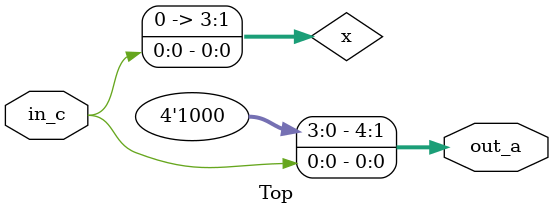
<source format=sv>
module Top (
	output logic [4:0] out_a,
	input logic in_c
);

	logic [3:0] x;

	assign x = out_a[3:0];
	assign out_a = {1'h1, 4'(in_c)};

endmodule



</source>
